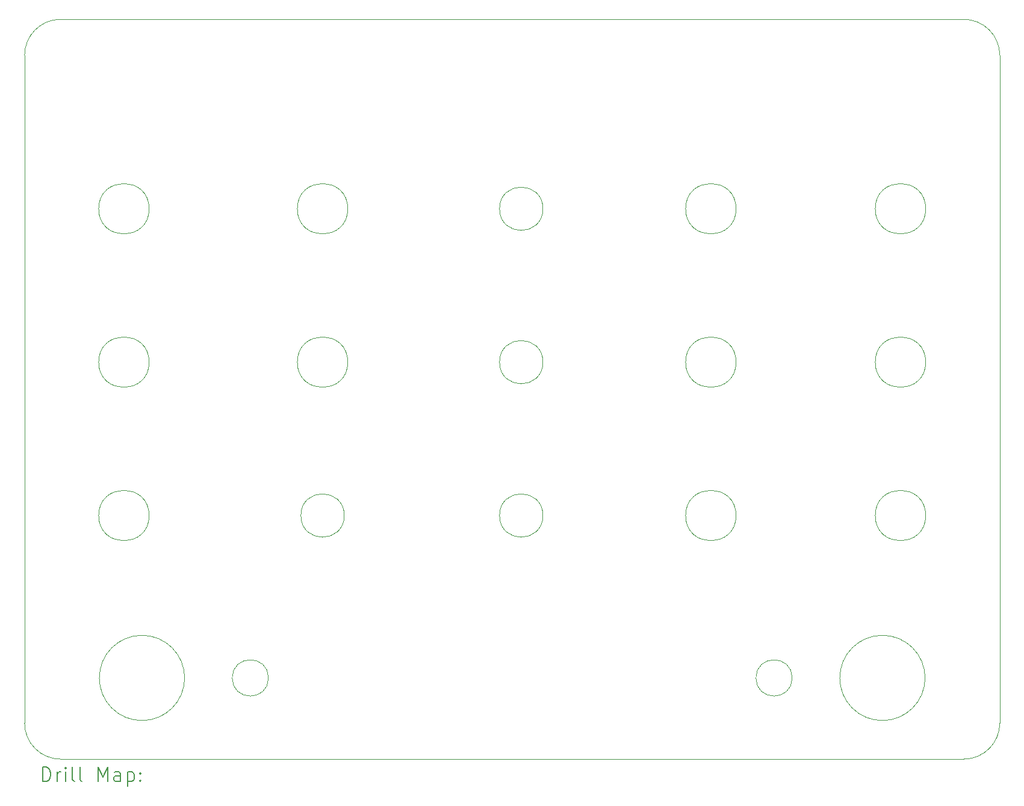
<source format=gbr>
%FSLAX45Y45*%
G04 Gerber Fmt 4.5, Leading zero omitted, Abs format (unit mm)*
G04 Created by KiCad (PCBNEW 6.0.6-3a73a75311~116~ubuntu22.04.1) date 2022-07-13 12:19:01*
%MOMM*%
%LPD*%
G01*
G04 APERTURE LIST*
%TA.AperFunction,Profile*%
%ADD10C,0.050000*%
%TD*%
%ADD11C,0.200000*%
G04 APERTURE END LIST*
D10*
X12179500Y-11684000D02*
G75*
G03*
X12179500Y-11684000I-305000J0D01*
G01*
X9934500Y-13970000D02*
G75*
G03*
X9934500Y-13970000I-600000J0D01*
G01*
X18479500Y-13970000D02*
G75*
G03*
X18479500Y-13970000I-255000J0D01*
G01*
X11113500Y-13970000D02*
G75*
G03*
X11113500Y-13970000I-255000J0D01*
G01*
X8191500Y-4699000D02*
X20891500Y-4699000D01*
X21399500Y-5207000D02*
G75*
G03*
X20891500Y-4699000I-508000J0D01*
G01*
X20357500Y-9525000D02*
G75*
G03*
X20357500Y-9525000I-355000J0D01*
G01*
X7683500Y-14605000D02*
G75*
G03*
X8191500Y-15113000I508000J0D01*
G01*
X17690500Y-11684000D02*
G75*
G03*
X17690500Y-11684000I-355000J0D01*
G01*
X9435500Y-9525000D02*
G75*
G03*
X9435500Y-9525000I-355000J0D01*
G01*
X12229500Y-9525000D02*
G75*
G03*
X12229500Y-9525000I-355000J0D01*
G01*
X7683500Y-14605000D02*
X7683500Y-5207000D01*
X14973500Y-7366000D02*
G75*
G03*
X14973500Y-7366000I-305000J0D01*
G01*
X21399500Y-5207000D02*
X21399500Y-14605000D01*
X8191500Y-4699000D02*
G75*
G03*
X7683500Y-5207000I0J-508000D01*
G01*
X9435500Y-7366000D02*
G75*
G03*
X9435500Y-7366000I-355000J0D01*
G01*
X20891500Y-15113000D02*
X8191500Y-15113000D01*
X20348500Y-13970000D02*
G75*
G03*
X20348500Y-13970000I-600000J0D01*
G01*
X14973500Y-9525000D02*
G75*
G03*
X14973500Y-9525000I-305000J0D01*
G01*
X17690500Y-7366000D02*
G75*
G03*
X17690500Y-7366000I-355000J0D01*
G01*
X17690500Y-9525000D02*
G75*
G03*
X17690500Y-9525000I-355000J0D01*
G01*
X20891500Y-15113000D02*
G75*
G03*
X21399500Y-14605000I0J508000D01*
G01*
X9435500Y-11684000D02*
G75*
G03*
X9435500Y-11684000I-355000J0D01*
G01*
X14973500Y-11684000D02*
G75*
G03*
X14973500Y-11684000I-305000J0D01*
G01*
X20357500Y-7366000D02*
G75*
G03*
X20357500Y-7366000I-355000J0D01*
G01*
X12229500Y-7366000D02*
G75*
G03*
X12229500Y-7366000I-355000J0D01*
G01*
X20357500Y-11684000D02*
G75*
G03*
X20357500Y-11684000I-355000J0D01*
G01*
D11*
X7938619Y-15425976D02*
X7938619Y-15225976D01*
X7986238Y-15225976D01*
X8014809Y-15235500D01*
X8033857Y-15254548D01*
X8043381Y-15273595D01*
X8052905Y-15311690D01*
X8052905Y-15340262D01*
X8043381Y-15378357D01*
X8033857Y-15397405D01*
X8014809Y-15416452D01*
X7986238Y-15425976D01*
X7938619Y-15425976D01*
X8138619Y-15425976D02*
X8138619Y-15292643D01*
X8138619Y-15330738D02*
X8148143Y-15311690D01*
X8157667Y-15302167D01*
X8176714Y-15292643D01*
X8195762Y-15292643D01*
X8262428Y-15425976D02*
X8262428Y-15292643D01*
X8262428Y-15225976D02*
X8252905Y-15235500D01*
X8262428Y-15245024D01*
X8271952Y-15235500D01*
X8262428Y-15225976D01*
X8262428Y-15245024D01*
X8386238Y-15425976D02*
X8367190Y-15416452D01*
X8357667Y-15397405D01*
X8357667Y-15225976D01*
X8491000Y-15425976D02*
X8471952Y-15416452D01*
X8462429Y-15397405D01*
X8462429Y-15225976D01*
X8719571Y-15425976D02*
X8719571Y-15225976D01*
X8786238Y-15368833D01*
X8852905Y-15225976D01*
X8852905Y-15425976D01*
X9033857Y-15425976D02*
X9033857Y-15321214D01*
X9024333Y-15302167D01*
X9005286Y-15292643D01*
X8967190Y-15292643D01*
X8948143Y-15302167D01*
X9033857Y-15416452D02*
X9014810Y-15425976D01*
X8967190Y-15425976D01*
X8948143Y-15416452D01*
X8938619Y-15397405D01*
X8938619Y-15378357D01*
X8948143Y-15359309D01*
X8967190Y-15349786D01*
X9014810Y-15349786D01*
X9033857Y-15340262D01*
X9129095Y-15292643D02*
X9129095Y-15492643D01*
X9129095Y-15302167D02*
X9148143Y-15292643D01*
X9186238Y-15292643D01*
X9205286Y-15302167D01*
X9214810Y-15311690D01*
X9224333Y-15330738D01*
X9224333Y-15387881D01*
X9214810Y-15406928D01*
X9205286Y-15416452D01*
X9186238Y-15425976D01*
X9148143Y-15425976D01*
X9129095Y-15416452D01*
X9310048Y-15406928D02*
X9319571Y-15416452D01*
X9310048Y-15425976D01*
X9300524Y-15416452D01*
X9310048Y-15406928D01*
X9310048Y-15425976D01*
X9310048Y-15302167D02*
X9319571Y-15311690D01*
X9310048Y-15321214D01*
X9300524Y-15311690D01*
X9310048Y-15302167D01*
X9310048Y-15321214D01*
M02*

</source>
